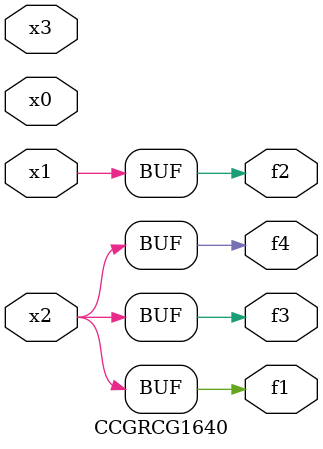
<source format=v>
module CCGRCG1640(
	input x0, x1, x2, x3,
	output f1, f2, f3, f4
);
	assign f1 = x2;
	assign f2 = x1;
	assign f3 = x2;
	assign f4 = x2;
endmodule

</source>
